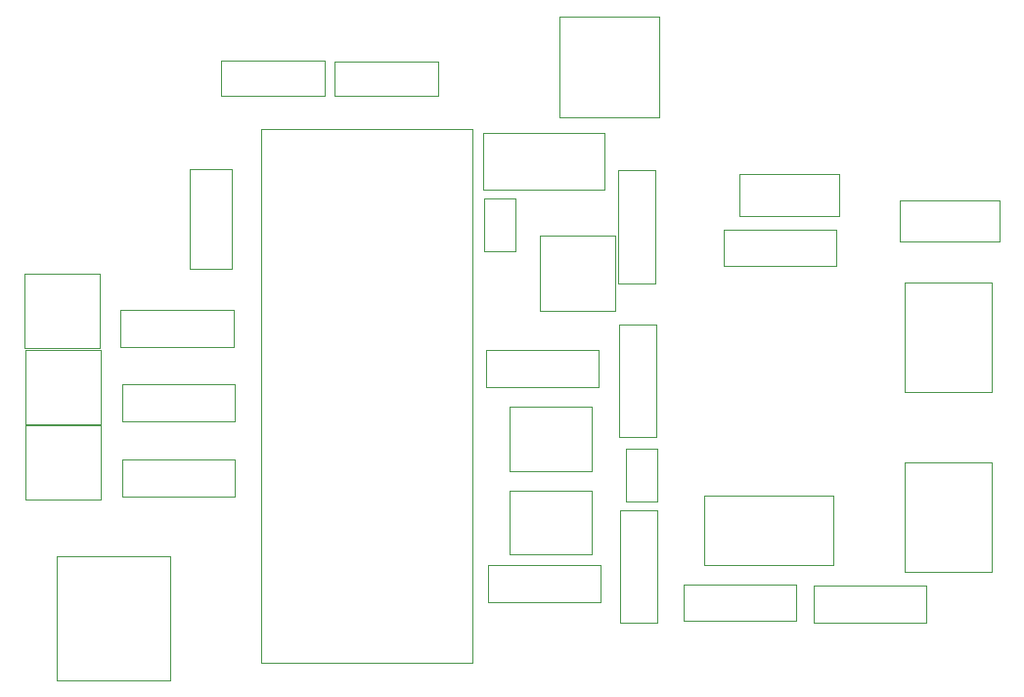
<source format=gbr>
G04 #@! TF.FileFunction,Other,User*
%FSLAX46Y46*%
G04 Gerber Fmt 4.6, Leading zero omitted, Abs format (unit mm)*
G04 Created by KiCad (PCBNEW 4.0.7) date 12/08/18 05:52:10*
%MOMM*%
%LPD*%
G01*
G04 APERTURE LIST*
%ADD10C,0.100000*%
%ADD11C,0.050000*%
G04 APERTURE END LIST*
D10*
D11*
X137385001Y-83122600D02*
X155665001Y-83122600D01*
X137385001Y-83122600D02*
X137385001Y-129342600D01*
X155665001Y-129342600D02*
X155665001Y-83122600D01*
X155665001Y-129342600D02*
X137385001Y-129342600D01*
X159388800Y-89069200D02*
X156688800Y-89069200D01*
X156688800Y-89069200D02*
X156688800Y-93669200D01*
X156688800Y-93669200D02*
X159388800Y-93669200D01*
X159388800Y-93669200D02*
X159388800Y-89069200D01*
X163148400Y-73374000D02*
X163148400Y-82074000D01*
X163148400Y-82074000D02*
X171848400Y-82074000D01*
X171848400Y-82074000D02*
X171848400Y-73374000D01*
X171848400Y-73374000D02*
X163148400Y-73374000D01*
X168931600Y-115350000D02*
X171631600Y-115350000D01*
X171631600Y-115350000D02*
X171631600Y-110750000D01*
X171631600Y-110750000D02*
X168931600Y-110750000D01*
X168931600Y-110750000D02*
X168931600Y-115350000D01*
X161524400Y-92355600D02*
X161524400Y-98855600D01*
X161524400Y-98855600D02*
X167974400Y-98855600D01*
X167974400Y-98855600D02*
X167974400Y-92355600D01*
X167974400Y-92355600D02*
X161524400Y-92355600D01*
X123442800Y-108743200D02*
X116942800Y-108743200D01*
X116942800Y-108743200D02*
X116942800Y-115193200D01*
X116942800Y-115193200D02*
X123442800Y-115193200D01*
X123442800Y-115193200D02*
X123442800Y-108743200D01*
X123442800Y-102190000D02*
X116942800Y-102190000D01*
X116942800Y-102190000D02*
X116942800Y-108640000D01*
X116942800Y-108640000D02*
X123442800Y-108640000D01*
X123442800Y-108640000D02*
X123442800Y-102190000D01*
X123392000Y-95586000D02*
X116892000Y-95586000D01*
X116892000Y-95586000D02*
X116892000Y-102036000D01*
X116892000Y-102036000D02*
X123392000Y-102036000D01*
X123392000Y-102036000D02*
X123392000Y-95586000D01*
X143686400Y-80240000D02*
X152686400Y-80240000D01*
X152686400Y-80240000D02*
X152686400Y-77240000D01*
X152686400Y-77240000D02*
X143686400Y-77240000D01*
X143686400Y-77240000D02*
X143686400Y-80240000D01*
X133882000Y-80189200D02*
X142882000Y-80189200D01*
X142882000Y-80189200D02*
X142882000Y-77189200D01*
X142882000Y-77189200D02*
X133882000Y-77189200D01*
X133882000Y-77189200D02*
X133882000Y-80189200D01*
X165957600Y-119932800D02*
X158857600Y-119932800D01*
X165957600Y-119932800D02*
X165957600Y-114372800D01*
X158857600Y-114372800D02*
X158857600Y-119932800D01*
X158857600Y-114372800D02*
X165957600Y-114372800D01*
X166008400Y-112719200D02*
X158908400Y-112719200D01*
X166008400Y-112719200D02*
X166008400Y-107159200D01*
X158908400Y-107159200D02*
X158908400Y-112719200D01*
X158908400Y-107159200D02*
X166008400Y-107159200D01*
X166607200Y-105435200D02*
X166607200Y-102235200D01*
X166607200Y-102235200D02*
X156857200Y-102235200D01*
X156857200Y-102235200D02*
X156857200Y-105435200D01*
X156857200Y-105435200D02*
X166607200Y-105435200D01*
X166759600Y-124078800D02*
X166759600Y-120878800D01*
X166759600Y-120878800D02*
X157009600Y-120878800D01*
X157009600Y-120878800D02*
X157009600Y-124078800D01*
X157009600Y-124078800D02*
X166759600Y-124078800D01*
X135111200Y-114884000D02*
X135111200Y-111684000D01*
X135111200Y-111684000D02*
X125361200Y-111684000D01*
X125361200Y-111684000D02*
X125361200Y-114884000D01*
X125361200Y-114884000D02*
X135111200Y-114884000D01*
X135111200Y-108381600D02*
X135111200Y-105181600D01*
X135111200Y-105181600D02*
X125361200Y-105181600D01*
X125361200Y-105181600D02*
X125361200Y-108381600D01*
X125361200Y-108381600D02*
X135111200Y-108381600D01*
X173956000Y-122504400D02*
X173956000Y-125704400D01*
X173956000Y-125704400D02*
X183706000Y-125704400D01*
X183706000Y-125704400D02*
X183706000Y-122504400D01*
X183706000Y-122504400D02*
X173956000Y-122504400D01*
X134958800Y-101930000D02*
X134958800Y-98730000D01*
X134958800Y-98730000D02*
X125208800Y-98730000D01*
X125208800Y-98730000D02*
X125208800Y-101930000D01*
X125208800Y-101930000D02*
X134958800Y-101930000D01*
X171576800Y-100042000D02*
X168376800Y-100042000D01*
X168376800Y-100042000D02*
X168376800Y-109792000D01*
X168376800Y-109792000D02*
X171576800Y-109792000D01*
X171576800Y-109792000D02*
X171576800Y-100042000D01*
X187130400Y-94970400D02*
X187130400Y-91770400D01*
X187130400Y-91770400D02*
X177380400Y-91770400D01*
X177380400Y-91770400D02*
X177380400Y-94970400D01*
X177380400Y-94970400D02*
X187130400Y-94970400D01*
X171475200Y-86681600D02*
X168275200Y-86681600D01*
X168275200Y-86681600D02*
X168275200Y-96431600D01*
X168275200Y-96431600D02*
X171475200Y-96431600D01*
X171475200Y-96431600D02*
X171475200Y-86681600D01*
X185182800Y-122606000D02*
X185182800Y-125806000D01*
X185182800Y-125806000D02*
X194932800Y-125806000D01*
X194932800Y-125806000D02*
X194932800Y-122606000D01*
X194932800Y-122606000D02*
X185182800Y-122606000D01*
X168427600Y-125865600D02*
X171627600Y-125865600D01*
X171627600Y-125865600D02*
X171627600Y-116115600D01*
X171627600Y-116115600D02*
X168427600Y-116115600D01*
X168427600Y-116115600D02*
X168427600Y-125865600D01*
X134794400Y-95221200D02*
X134794400Y-86571200D01*
X134794400Y-86571200D02*
X131194400Y-86571200D01*
X131194400Y-86571200D02*
X131194400Y-95221200D01*
X131194400Y-95221200D02*
X134794400Y-95221200D01*
X200614800Y-112188800D02*
X200614800Y-111938800D01*
X200614800Y-111938800D02*
X200364800Y-111938800D01*
X193114800Y-112188800D02*
X193114800Y-111938800D01*
X193114800Y-111938800D02*
X193364800Y-111938800D01*
X193364800Y-121438800D02*
X193114800Y-121438800D01*
X193114800Y-121438800D02*
X193114800Y-121188800D01*
X200364800Y-121438800D02*
X200614800Y-121438800D01*
X200614800Y-121438800D02*
X200614800Y-121188800D01*
X193114800Y-121188800D02*
X193114800Y-112188800D01*
X200364800Y-121438800D02*
X193364800Y-121438800D01*
X200614800Y-112188800D02*
X200614800Y-121188800D01*
X193364800Y-111938800D02*
X200364800Y-111938800D01*
X192611600Y-92833600D02*
X201261600Y-92833600D01*
X201261600Y-92833600D02*
X201261600Y-89233600D01*
X201261600Y-89233600D02*
X192611600Y-89233600D01*
X192611600Y-89233600D02*
X192611600Y-92833600D01*
X178743200Y-90598400D02*
X187393200Y-90598400D01*
X187393200Y-90598400D02*
X187393200Y-86998400D01*
X187393200Y-86998400D02*
X178743200Y-86998400D01*
X178743200Y-86998400D02*
X178743200Y-90598400D01*
X200614800Y-96593200D02*
X200614800Y-96343200D01*
X200614800Y-96343200D02*
X200364800Y-96343200D01*
X193114800Y-96593200D02*
X193114800Y-96343200D01*
X193114800Y-96343200D02*
X193364800Y-96343200D01*
X193364800Y-105843200D02*
X193114800Y-105843200D01*
X193114800Y-105843200D02*
X193114800Y-105593200D01*
X200364800Y-105843200D02*
X200614800Y-105843200D01*
X200614800Y-105843200D02*
X200614800Y-105593200D01*
X193114800Y-105593200D02*
X193114800Y-96593200D01*
X200364800Y-105843200D02*
X193364800Y-105843200D01*
X200614800Y-96593200D02*
X200614800Y-105593200D01*
X193364800Y-96343200D02*
X200364800Y-96343200D01*
X167098800Y-88348000D02*
X167098800Y-83438000D01*
X167098800Y-83438000D02*
X156598800Y-83438000D01*
X156598800Y-83438000D02*
X156598800Y-88348000D01*
X156598800Y-88348000D02*
X167098800Y-88348000D01*
X175745200Y-120876000D02*
X186895200Y-120876000D01*
X175745200Y-114826000D02*
X186895200Y-114826000D01*
X175745200Y-120876000D02*
X175745200Y-114826000D01*
X186895200Y-120876000D02*
X186895200Y-114826000D01*
X119702400Y-120116000D02*
X119702400Y-130816000D01*
X119702400Y-130816000D02*
X129502400Y-130816000D01*
X129502400Y-130816000D02*
X129502400Y-120116000D01*
X129502400Y-120116000D02*
X119702400Y-120116000D01*
M02*

</source>
